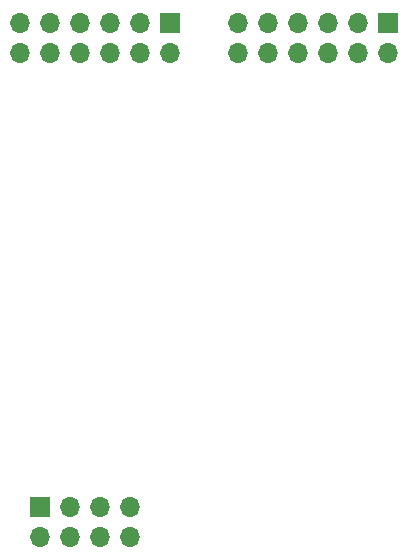
<source format=gbr>
G04 #@! TF.GenerationSoftware,KiCad,Pcbnew,5.1.5-52549c5~86~ubuntu19.04.1*
G04 #@! TF.CreationDate,2020-05-15T20:04:21+10:00*
G04 #@! TF.ProjectId,sid-board-v2,7369642d-626f-4617-9264-2d76322e6b69,rev?*
G04 #@! TF.SameCoordinates,Original*
G04 #@! TF.FileFunction,Soldermask,Bot*
G04 #@! TF.FilePolarity,Negative*
%FSLAX46Y46*%
G04 Gerber Fmt 4.6, Leading zero omitted, Abs format (unit mm)*
G04 Created by KiCad (PCBNEW 5.1.5-52549c5~86~ubuntu19.04.1) date 2020-05-15 20:04:21*
%MOMM*%
%LPD*%
G04 APERTURE LIST*
%ADD10O,1.700000X1.700000*%
%ADD11R,1.700000X1.700000*%
G04 APERTURE END LIST*
D10*
X84650000Y-81497000D03*
X84650000Y-78957000D03*
X87190000Y-81497000D03*
X87190000Y-78957000D03*
X89730000Y-81497000D03*
X89730000Y-78957000D03*
X92270000Y-81497000D03*
X92270000Y-78957000D03*
X94810000Y-81497000D03*
X94810000Y-78957000D03*
X97350000Y-81497000D03*
D11*
X97350000Y-78957000D03*
D10*
X103150000Y-81497000D03*
X103150000Y-78957000D03*
X105690000Y-81497000D03*
X105690000Y-78957000D03*
X108230000Y-81497000D03*
X108230000Y-78957000D03*
X110770000Y-81497000D03*
X110770000Y-78957000D03*
X113310000Y-81497000D03*
X113310000Y-78957000D03*
X115850000Y-81497000D03*
D11*
X115850000Y-78957000D03*
X86400000Y-119900000D03*
D10*
X86400000Y-122440000D03*
X88940000Y-119900000D03*
X88940000Y-122440000D03*
X91480000Y-119900000D03*
X91480000Y-122440000D03*
X94020000Y-119900000D03*
X94020000Y-122440000D03*
M02*

</source>
